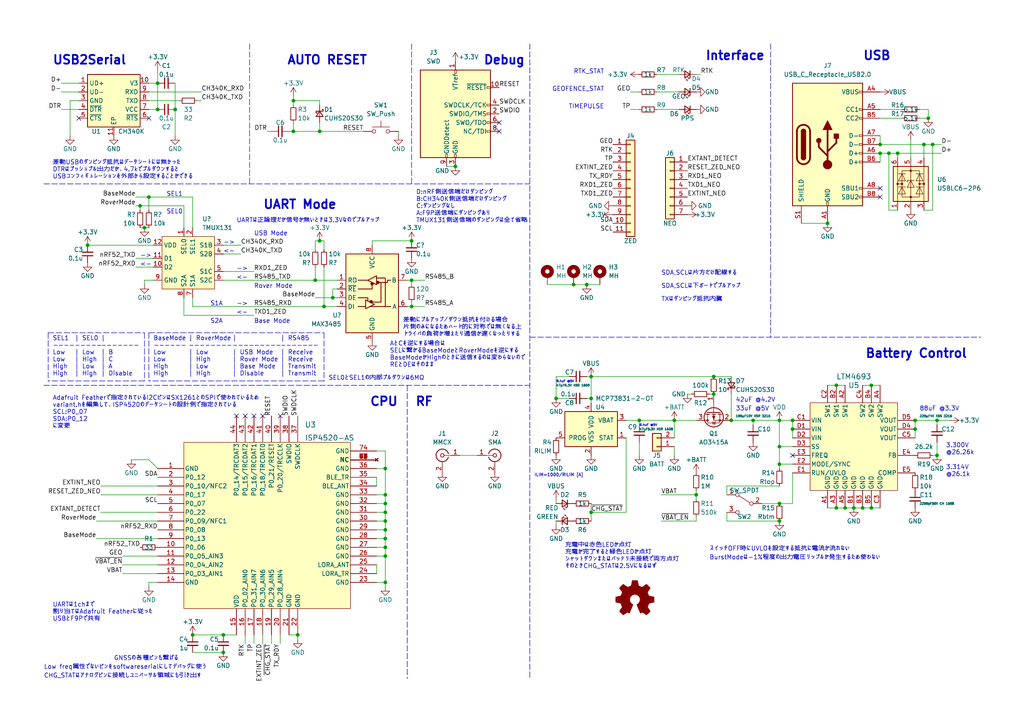
<source format=kicad_sch>
(kicad_sch (version 20211123) (generator eeschema)
  (paper "A4")
  (title_block (title "CLAS_Combo_Breakout_MovingBase-HAT") (date "2024-02-01") (company "U.E.C.wings"))
  (junction (at 119.38 81.28))
  (junction (at 250.19 147.32))
  (junction (at 207.01 109.22))
  (junction (at 41.91 66.04))
  (junction (at 207.01 114.3))
  (junction (at 92.71 69.85))
  (junction (at 111.76 168.91))
  (junction (at 111.76 158.75))
  (junction (at 111.76 156.21))
  (junction (at 96.52 86.36))
  (junction (at 195.58 121.92))
  (junction (at 170.18 82.55))
  (junction (at 229.87 124.46))
  (junction (at 86.36 184.15))
  (junction (at 252.73 111.76))
  (junction (at 171.45 115.57))
  (junction (at 161.29 115.57))
  (junction (at 212.09 121.92))
  (junction (at 111.76 146.05))
  (junction (at 85.09 29.21))
  (junction (at 171.45 109.22))
  (junction (at 271.78 121.92))
  (junction (at 45.72 24.13))
  (junction (at 226.06 129.54))
  (junction (at 43.18 57.15))
  (junction (at 229.87 121.92))
  (junction (at 25.4 71.12))
  (junction (at 257.81 44.45))
  (junction (at 45.72 31.75))
  (junction (at 111.76 153.67))
  (junction (at 245.11 147.32))
  (junction (at 201.93 143.51))
  (junction (at 265.43 124.46))
  (junction (at 242.57 147.32))
  (junction (at 64.77 189.23))
  (junction (at 92.71 38.1))
  (junction (at 226.06 146.05))
  (junction (at 226.06 121.92))
  (junction (at 252.73 147.32))
  (junction (at 269.24 34.29))
  (junction (at 93.98 88.9))
  (junction (at 166.37 82.55))
  (junction (at 50.8 31.75))
  (junction (at 255.27 41.91))
  (junction (at 55.88 184.15))
  (junction (at 226.06 134.62))
  (junction (at 270.51 41.91))
  (junction (at 111.76 151.13))
  (junction (at 218.44 121.92))
  (junction (at 40.64 59.69))
  (junction (at 119.38 69.85))
  (junction (at 185.42 121.92))
  (junction (at 271.78 132.08))
  (junction (at 64.77 184.15))
  (junction (at 111.76 148.59))
  (junction (at 85.09 38.1))
  (junction (at 226.06 151.13))
  (junction (at 265.43 121.92))
  (junction (at 267.97 41.91))
  (junction (at 260.35 44.45))
  (junction (at 132.08 48.26))
  (junction (at 240.03 64.77))
  (junction (at 119.38 88.9))
  (junction (at 242.57 111.76))
  (junction (at 247.65 147.32))
  (junction (at 255.27 44.45))
  (junction (at 171.45 148.59))
  (junction (at 111.76 161.29))
  (junction (at 111.76 135.89))
  (junction (at 91.44 81.28))
  (junction (at 111.76 143.51))
  (no_connect (at 255.27 54.61))
  (no_connect (at 144.78 35.56))
  (no_connect (at 144.78 38.1))
  (no_connect (at 43.18 34.29))
  (no_connect (at 73.66 120.65))
  (no_connect (at 68.58 120.65))
  (no_connect (at 255.27 57.15))
  (no_connect (at 81.28 120.65))
  (no_connect (at 229.87 132.08))
  (no_connect (at 71.12 120.65))
  (no_connect (at 22.86 34.29))
  (no_connect (at 76.2 120.65))
  (wire (pts (xy 266.7 31.75) (xy 269.24 31.75)))
  (wire (pts (xy 271.78 128.27) (xy 271.78 132.08)))
  (wire (pts (xy 265.43 121.92) (xy 271.78 121.92)))
  (wire (pts (xy 111.76 168.91) (xy 111.76 170.18)))
  (wire (pts (xy 226.06 129.54) (xy 229.87 129.54)))
  (wire (pts (xy 195.58 132.08) (xy 195.58 129.54)))
  (wire (pts (xy 17.78 26.67) (xy 22.86 26.67)))
  (wire (pts (xy 257.81 44.45) (xy 260.35 44.45)))
  (wire (pts (xy 229.87 146.05) (xy 229.87 137.16)))
  (wire (pts (xy 170.18 109.22) (xy 171.45 109.22)))
  (polyline (pts (xy 119.38 12.7) (xy 119.38 53.34)))
  (wire (pts (xy 22.86 29.21) (xy 20.32 29.21)))
  (wire (pts (xy 201.93 143.51) (xy 201.93 144.78)))
  (wire (pts (xy 119.38 87.63) (xy 119.38 88.9)))
  (wire (pts (xy 207.01 109.22) (xy 212.09 109.22)))
  (wire (pts (xy 64.77 71.12) (xy 69.85 71.12)))
  (wire (pts (xy 261.62 34.29) (xy 255.27 34.29)))
  (wire (pts (xy 29.21 140.97) (xy 45.72 140.97)))
  (wire (pts (xy 111.76 158.75) (xy 111.76 161.29)))
  (polyline (pts (xy 93.98 96.52) (xy 93.98 110.49)))
  (wire (pts (xy 85.09 29.21) (xy 85.09 30.48)))
  (wire (pts (xy 171.45 146.05) (xy 171.45 148.59)))
  (wire (pts (xy 78.74 184.15) (xy 78.74 186.69)))
  (wire (pts (xy 111.76 146.05) (xy 111.76 148.59)))
  (wire (pts (xy 119.38 81.28) (xy 119.38 82.55)))
  (wire (pts (xy 252.73 147.32) (xy 255.27 147.32)))
  (wire (pts (xy 195.58 121.92) (xy 201.93 121.92)))
  (polyline (pts (xy 41.91 110.49) (xy 13.97 110.49)))
  (wire (pts (xy 264.16 40.64) (xy 264.16 45.72)))
  (wire (pts (xy 39.37 74.93) (xy 44.45 74.93)))
  (wire (pts (xy 35.56 166.37) (xy 45.72 166.37)))
  (wire (pts (xy 185.42 132.08) (xy 185.42 128.27)))
  (wire (pts (xy 39.37 59.69) (xy 40.64 59.69)))
  (wire (pts (xy 50.8 24.13) (xy 50.8 31.75)))
  (wire (pts (xy 83.82 184.15) (xy 86.36 184.15)))
  (wire (pts (xy 25.4 71.12) (xy 44.45 71.12)))
  (wire (pts (xy 96.52 83.82) (xy 97.79 83.82)))
  (wire (pts (xy 73.66 184.15) (xy 73.66 186.69)))
  (wire (pts (xy 53.34 66.04) (xy 53.34 59.69)))
  (wire (pts (xy 81.28 184.15) (xy 81.28 186.69)))
  (polyline (pts (xy 93.98 110.49) (xy 43.18 110.49)))
  (wire (pts (xy 91.44 69.85) (xy 92.71 69.85)))
  (wire (pts (xy 265.43 121.92) (xy 265.43 124.46)))
  (wire (pts (xy 35.56 161.29) (xy 45.72 161.29)))
  (polyline (pts (xy 12.7 111.76) (xy 153.67 111.76)))
  (wire (pts (xy 43.18 29.21) (xy 52.07 29.21)))
  (wire (pts (xy 210.82 151.13) (xy 226.06 151.13)))
  (wire (pts (xy 111.76 143.51) (xy 111.76 146.05)))
  (wire (pts (xy 229.87 134.62) (xy 226.06 134.62)))
  (wire (pts (xy 257.81 60.96) (xy 257.81 44.45)))
  (wire (pts (xy 240.03 111.76) (xy 242.57 111.76)))
  (wire (pts (xy 41.91 81.28) (xy 41.91 82.55)))
  (wire (pts (xy 27.94 151.13) (xy 45.72 151.13)))
  (wire (pts (xy 109.22 130.81) (xy 111.76 130.81)))
  (wire (pts (xy 260.35 44.45) (xy 260.35 45.72)))
  (wire (pts (xy 41.91 66.04) (xy 43.18 66.04)))
  (wire (pts (xy 267.97 41.91) (xy 270.51 41.91)))
  (wire (pts (xy 226.06 134.62) (xy 226.06 135.89)))
  (wire (pts (xy 71.12 184.15) (xy 71.12 186.69)))
  (wire (pts (xy 64.77 73.66) (xy 69.85 73.66)))
  (wire (pts (xy 111.76 130.81) (xy 111.76 135.89)))
  (wire (pts (xy 43.18 26.67) (xy 58.42 26.67)))
  (wire (pts (xy 201.93 151.13) (xy 201.93 149.86)))
  (wire (pts (xy 39.37 77.47) (xy 44.45 77.47)))
  (wire (pts (xy 91.44 86.36) (xy 96.52 86.36)))
  (wire (pts (xy 212.09 121.92) (xy 218.44 121.92)))
  (wire (pts (xy 270.51 132.08) (xy 271.78 132.08)))
  (wire (pts (xy 111.76 161.29) (xy 111.76 168.91)))
  (wire (pts (xy 123.19 81.28) (xy 119.38 81.28)))
  (wire (pts (xy 255.27 44.45) (xy 257.81 44.45)))
  (wire (pts (xy 43.18 133.35) (xy 45.72 135.89)))
  (wire (pts (xy 181.61 127) (xy 181.61 148.59)))
  (wire (pts (xy 43.18 57.15) (xy 43.18 60.96)))
  (wire (pts (xy 129.54 48.26) (xy 132.08 48.26)))
  (wire (pts (xy 92.71 38.1) (xy 85.09 38.1)))
  (wire (pts (xy 242.57 147.32) (xy 245.11 147.32)))
  (wire (pts (xy 83.82 38.1) (xy 85.09 38.1)))
  (wire (pts (xy 107.95 69.85) (xy 119.38 69.85)))
  (wire (pts (xy 111.76 151.13) (xy 111.76 153.67)))
  (wire (pts (xy 218.44 121.92) (xy 218.44 123.19)))
  (polyline (pts (xy 118.11 111.76) (xy 118.11 196.85)))
  (wire (pts (xy 77.47 38.1) (xy 78.74 38.1)))
  (wire (pts (xy 29.21 148.59) (xy 45.72 148.59)))
  (wire (pts (xy 45.72 168.91) (xy 43.18 168.91)))
  (wire (pts (xy 171.45 109.22) (xy 171.45 115.57)))
  (wire (pts (xy 40.64 59.69) (xy 40.64 60.96)))
  (wire (pts (xy 171.45 109.22) (xy 207.01 109.22)))
  (wire (pts (xy 27.94 156.21) (xy 45.72 156.21)))
  (wire (pts (xy 55.88 86.36) (xy 55.88 88.9)))
  (wire (pts (xy 191.77 151.13) (xy 201.93 151.13)))
  (wire (pts (xy 133.35 132.08) (xy 138.43 132.08)))
  (wire (pts (xy 255.27 41.91) (xy 267.97 41.91)))
  (wire (pts (xy 185.42 121.92) (xy 195.58 121.92)))
  (polyline (pts (xy 43.18 96.52) (xy 93.98 96.52)))
  (wire (pts (xy 91.44 77.47) (xy 91.44 81.28)))
  (wire (pts (xy 260.35 44.45) (xy 273.05 44.45)))
  (wire (pts (xy 210.82 140.97) (xy 226.06 140.97)))
  (wire (pts (xy 185.42 123.19) (xy 185.42 121.92)))
  (wire (pts (xy 43.18 24.13) (xy 45.72 24.13)))
  (wire (pts (xy 109.22 158.75) (xy 111.76 158.75)))
  (wire (pts (xy 44.45 81.28) (xy 41.91 81.28)))
  (wire (pts (xy 271.78 123.19) (xy 271.78 121.92)))
  (wire (pts (xy 247.65 147.32) (xy 250.19 147.32)))
  (wire (pts (xy 161.29 115.57) (xy 165.1 115.57)))
  (wire (pts (xy 111.76 148.59) (xy 111.76 151.13)))
  (wire (pts (xy 226.06 121.92) (xy 229.87 121.92)))
  (wire (pts (xy 181.61 121.92) (xy 185.42 121.92)))
  (wire (pts (xy 205.74 114.3) (xy 207.01 114.3)))
  (wire (pts (xy 43.18 31.75) (xy 45.72 31.75)))
  (wire (pts (xy 109.22 148.59) (xy 111.76 148.59)))
  (wire (pts (xy 53.34 86.36) (xy 53.34 91.44)))
  (wire (pts (xy 270.51 41.91) (xy 273.05 41.91)))
  (wire (pts (xy 17.78 24.13) (xy 22.86 24.13)))
  (wire (pts (xy 17.78 31.75) (xy 22.86 31.75)))
  (polyline (pts (xy 153.67 12.7) (xy 153.67 130.81)))
  (polyline (pts (xy 153.67 97.79) (xy 284.48 97.79)))
  (wire (pts (xy 245.11 147.32) (xy 247.65 147.32)))
  (polyline (pts (xy 41.91 96.52) (xy 41.91 110.49)))
  (wire (pts (xy 107.95 71.12) (xy 107.95 69.85)))
  (wire (pts (xy 261.62 31.75) (xy 255.27 31.75)))
  (wire (pts (xy 55.88 88.9) (xy 93.98 88.9)))
  (wire (pts (xy 40.64 59.69) (xy 53.34 59.69)))
  (wire (pts (xy 229.87 121.92) (xy 229.87 124.46)))
  (wire (pts (xy 96.52 86.36) (xy 97.79 86.36)))
  (wire (pts (xy 86.36 184.15) (xy 86.36 185.42)))
  (wire (pts (xy 182.88 26.67) (xy 185.42 26.67)))
  (wire (pts (xy 190.5 31.75) (xy 196.85 31.75)))
  (wire (pts (xy 45.72 20.32) (xy 45.72 24.13)))
  (wire (pts (xy 109.22 135.89) (xy 111.76 135.89)))
  (wire (pts (xy 91.44 72.39) (xy 91.44 69.85)))
  (wire (pts (xy 220.98 146.05) (xy 226.06 146.05)))
  (wire (pts (xy 203.2 21.59) (xy 201.93 21.59)))
  (wire (pts (xy 161.29 152.4) (xy 161.29 151.13)))
  (wire (pts (xy 195.58 121.92) (xy 195.58 127)))
  (wire (pts (xy 111.76 153.67) (xy 111.76 156.21)))
  (wire (pts (xy 119.38 88.9) (xy 118.11 88.9)))
  (wire (pts (xy 64.77 189.23) (xy 55.88 189.23)))
  (wire (pts (xy 226.06 146.05) (xy 229.87 146.05)))
  (wire (pts (xy 210.82 148.59) (xy 210.82 151.13)))
  (wire (pts (xy 269.24 31.75) (xy 269.24 34.29)))
  (polyline (pts (xy 13.97 96.52) (xy 13.97 110.49)))
  (wire (pts (xy 53.34 91.44) (xy 73.66 91.44)))
  (wire (pts (xy 109.22 138.43) (xy 109.22 140.97)))
  (wire (pts (xy 109.22 146.05) (xy 111.76 146.05)))
  (wire (pts (xy 170.18 115.57) (xy 171.45 115.57)))
  (wire (pts (xy 50.8 31.75) (xy 50.8 39.37)))
  (wire (pts (xy 109.22 163.83) (xy 109.22 166.37)))
  (wire (pts (xy 255.27 39.37) (xy 255.27 41.91)))
  (wire (pts (xy 29.21 143.51) (xy 45.72 143.51)))
  (wire (pts (xy 190.5 26.67) (xy 196.85 26.67)))
  (wire (pts (xy 242.57 111.76) (xy 245.11 111.76)))
  (wire (pts (xy 265.43 124.46) (xy 265.43 127)))
  (wire (pts (xy 76.2 184.15) (xy 76.2 186.69)))
  (wire (pts (xy 109.22 156.21) (xy 111.76 156.21)))
  (wire (pts (xy 171.45 151.13) (xy 171.45 148.59)))
  (wire (pts (xy 92.71 38.1) (xy 105.41 38.1)))
  (wire (pts (xy 93.98 88.9) (xy 97.79 88.9)))
  (wire (pts (xy 218.44 121.92) (xy 226.06 121.92)))
  (wire (pts (xy 250.19 111.76) (xy 252.73 111.76)))
  (wire (pts (xy 109.22 143.51) (xy 111.76 143.51)))
  (wire (pts (xy 39.37 57.15) (xy 43.18 57.15)))
  (wire (pts (xy 45.72 24.13) (xy 45.72 31.75)))
  (wire (pts (xy 109.22 153.67) (xy 111.76 153.67)))
  (wire (pts (xy 92.71 69.85) (xy 93.98 69.85)))
  (wire (pts (xy 201.93 142.24) (xy 201.93 143.51)))
  (wire (pts (xy 92.71 35.56) (xy 92.71 38.1)))
  (wire (pts (xy 111.76 156.21) (xy 111.76 158.75)))
  (wire (pts (xy 267.97 41.91) (xy 267.97 45.72)))
  (wire (pts (xy 267.97 60.96) (xy 270.51 60.96)))
  (wire (pts (xy 43.18 168.91) (xy 43.18 170.18)))
  (wire (pts (xy 158.75 82.55) (xy 166.37 82.55)))
  (wire (pts (xy 255.27 46.99) (xy 255.27 44.45)))
  (wire (pts (xy 260.35 60.96) (xy 257.81 60.96)))
  (wire (pts (xy 226.06 121.92) (xy 226.06 129.54)))
  (wire (pts (xy 199.39 114.3) (xy 200.66 114.3)))
  (polyline (pts (xy 223.52 12.7) (xy 223.52 97.79)))
  (wire (pts (xy 55.88 184.15) (xy 64.77 184.15)))
  (wire (pts (xy 91.44 81.28) (xy 97.79 81.28)))
  (wire (pts (xy 85.09 27.94) (xy 85.09 29.21)))
  (wire (pts (xy 64.77 81.28) (xy 91.44 81.28)))
  (wire (pts (xy 210.82 143.51) (xy 210.82 140.97)))
  (wire (pts (xy 38.1 133.35) (xy 43.18 133.35)))
  (polyline (pts (xy 153.67 130.81) (xy 153.67 130.81)))
  (polyline (pts (xy 153.67 130.81) (xy 153.67 196.85)))
  (wire (pts (xy 161.29 109.22) (xy 165.1 109.22)))
  (wire (pts (xy 92.71 29.21) (xy 85.09 29.21)))
  (wire (pts (xy 85.09 35.56) (xy 85.09 38.1)))
  (wire (pts (xy 93.98 77.47) (xy 93.98 88.9)))
  (wire (pts (xy 212.09 121.92) (xy 212.09 114.3)))
  (wire (pts (xy 119.38 81.28) (xy 118.11 81.28)))
  (wire (pts (xy 182.88 31.75) (xy 185.42 31.75)))
  (wire (pts (xy 166.37 82.55) (xy 170.18 82.55)))
  (wire (pts (xy 250.19 147.32) (xy 252.73 147.32)))
  (wire (pts (xy 64.77 78.74) (xy 73.66 78.74)))
  (wire (pts (xy 40.64 66.04) (xy 41.91 66.04)))
  (wire (pts (xy 252.73 111.76) (xy 255.27 111.76)))
  (wire (pts (xy 96.52 83.82) (xy 96.52 86.36)))
  (polyline (pts (xy 12.7 53.34) (xy 153.67 53.34)))
  (wire (pts (xy 170.18 82.55) (xy 173.99 82.55)))
  (wire (pts (xy 35.56 163.83) (xy 45.72 163.83)))
  (wire (pts (xy 64.77 184.15) (xy 68.58 184.15)))
  (wire (pts (xy 270.51 60.96) (xy 270.51 41.91)))
  (wire (pts (xy 92.71 30.48) (xy 92.71 29.21)))
  (wire (pts (xy 109.22 161.29) (xy 111.76 161.29)))
  (wire (pts (xy 115.57 38.1) (xy 115.57 39.37)))
  (wire (pts (xy 55.88 66.04) (xy 55.88 57.15)))
  (wire (pts (xy 93.98 69.85) (xy 93.98 72.39)))
  (wire (pts (xy 161.29 109.22) (xy 161.29 115.57)))
  (wire (pts (xy 226.06 134.62) (xy 226.06 129.54)))
  (wire (pts (xy 20.32 29.21) (xy 20.32 39.37)))
  (wire (pts (xy 201.93 143.51) (xy 191.77 143.51)))
  (wire (pts (xy 123.19 88.9) (xy 119.38 88.9)))
  (wire (pts (xy 266.7 34.29) (xy 269.24 34.29)))
  (wire (pts (xy 43.18 57.15) (xy 55.88 57.15)))
  (wire (pts (xy 57.15 29.21) (xy 58.42 29.21)))
  (wire (pts (xy 240.03 147.32) (xy 242.57 147.32)))
  (wire (pts (xy 109.22 168.91) (xy 111.76 168.91)))
  (wire (pts (xy 229.87 124.46) (xy 229.87 127)))
  (wire (pts (xy 171.45 115.57) (xy 171.45 116.84)))
  (polyline (pts (xy 72.39 12.7) (xy 72.39 53.34)))
  (polyline (pts (xy 13.97 96.52) (xy 41.91 96.52)))
  (wire (pts (xy 232.41 64.77) (xy 240.03 64.77)))
  (wire (pts (xy 190.5 21.59) (xy 196.85 21.59)))
  (polyline (pts (xy 43.18 96.52) (xy 43.18 110.49)))
  (wire (pts (xy 161.29 144.78) (xy 161.29 146.05)))
  (wire (pts (xy 181.61 148.59) (xy 171.45 148.59)))
  (wire (pts (xy 111.76 135.89) (xy 111.76 143.51)))
  (wire (pts (xy 271.78 121.92) (xy 275.59 121.92)))
  (wire (pts (xy 109.22 151.13) (xy 111.76 151.13)))
  (text "USB" (at 250.19 17.78 0) (effects (font (size 2.54 2.54) (thickness 0.508) bold) (justify left bottom)))
  (text "Base Mode" (at 73.66 93.98 0) (effects (font (size 1.27 1.27)) (justify left bottom)))
  (text "GNSSの各種ピンも繋げる" (at 33.02 191.77 0) (effects (font (size 1.27 1.27)) (justify left bottom)))
  (text "<-" (at 68.58 91.44 0) (effects (font (size 1.27 1.27)) (justify left bottom)))
  (text "USB Mode" (at 73.66 68.58 0) (effects (font (size 1.27 1.27)) (justify left bottom)))
  (text "スイッチOFF時にUVLOを設定する抵抗に電流が流れない" (at 205.74 160.02 0) (effects (font (size 1.27 1.27)) (justify left bottom)))
  (text "33uF @5V" (at 213.36 119.38 0) (effects (font (size 1.27 1.27)) (justify left bottom)))
  (text "9.4uF @5V" (at 185.42 123.825 0) (effects (font (size 0.635 0.635)) (justify left bottom)))
  (text "Interface" (at 204.47 17.78 0) (effects (font (size 2.54 2.54) (thickness 0.508) bold) (justify left bottom)))
  (text "RTK_STAT" (at 175.26 21.59 180) (effects (font (size 1.27 1.27)) (justify right bottom)))
  (text "| SEL0\n-----\n| Low\n| High\n| Low\n| High" (at 21.59 109.22 0) (effects (font (size 1.27 1.27)) (justify left bottom)))
  (text "充電中は赤色LEDが点灯\n充電が完了すると緑色LEDが点灯\nシャットダウンまたはバッテリ未接続で両方点灯\nそのときCHG_STATは2.5Vになるはず" (at 163.83 165.1 0) (effects (font (size 1.27 1.27)) (justify left bottom)))
  (text "| RS485\n-------\n| Receive\n| Receive\n| Transmit\n| Transmit" (at 81.28 109.22 0) (effects (font (size 1.27 1.27)) (justify left bottom)))
  (text "BaseMode\n------\nLow\nLow\nHigh\nHigh\n" (at 44.45 109.22 0) (effects (font (size 1.27 1.27)) (justify left bottom)))
  (text "UART Mode" (at 97.79 60.96 180) (effects (font (size 2.54 2.54) (thickness 0.508) bold) (justify right bottom)))
  (text "USB2Serial" (at 36.83 19.05 180) (effects (font (size 2.54 2.54) (thickness 0.508) bold) (justify right bottom)))
  (text "AUTO RESET" (at 106.68 19.05 180) (effects (font (size 2.54 2.54) (thickness 0.508) bold) (justify right bottom)))
  (text "S1A" (at 60.96 88.9 0) (effects (font (size 1.27 1.27)) (justify left bottom)))
  (text "Rover Mode" (at 73.66 83.82 0) (effects (font (size 1.27 1.27)) (justify left bottom)))
  (text "Debug" (at 152.4 19.05 180) (effects (font (size 2.54 2.54) (thickness 0.508) bold) (justify right bottom)))
  (text "SDA,SCLは下ボードでプルアップ" (at 191.77 83.82 0) (effects (font (size 1.27 1.27)) (justify left bottom)))
  (text "ILIM=1000/RILIM [A]" (at 154.94 138.43 0) (effects (font (size 0.889 0.889)) (justify left bottom)))
  (text "<-" (at 64.77 73.66 0) (effects (font (size 1.27 1.27)) (justify left bottom)))
  (text "<-" (at 40.64 77.47 0) (effects (font (size 1.27 1.27)) (justify left bottom)))
  (text "->" (at 40.64 74.93 0) (effects (font (size 1.27 1.27)) (justify left bottom)))
  (text "TIMEPULSE" (at 175.26 31.75 180) (effects (font (size 1.27 1.27)) (justify right bottom)))
  (text "42uF @4.2V" (at 213.36 116.84 0) (effects (font (size 1.27 1.27)) (justify left bottom)))
  (text "TXはダンピング抵抗内臓" (at 191.77 87.63 0) (effects (font (size 1.27 1.27)) (justify left bottom)))
  (text "SEL1" (at 48.26 57.15 0) (effects (font (size 1.27 1.27)) (justify left bottom)))
  (text "AとCを逆にする場合は\nSELに繋がるBaseModeとRoverModeを逆にする\nBaseModeがHighのときに送信するのは変わらないので\nREとDEはそのまま" (at 113.03 106.68 0) (effects (font (size 1.27 1.27)) (justify left bottom)))
  (text "88uF @3.3V" (at 266.7 119.38 0) (effects (font (size 1.27 1.27)) (justify left bottom)))
  (text "|\n-------\n| B\n| C\n| A\n| Disable" (at 29.21 109.22 0) (effects (font (size 1.27 1.27)) (justify left bottom)))
  (text "->" (at 68.58 78.74 0) (effects (font (size 1.27 1.27)) (justify left bottom)))
  (text "CPU" (at 115.57 118.11 180) (effects (font (size 2.54 2.54) (thickness 0.508) bold) (justify right bottom)))
  (text "UARTは正論理だが信号が無いときは3.3Vなのでプルアップ" (at 68.58 64.77 0) (effects (font (size 1.27 1.27)) (justify left bottom)))
  (text "->" (at 68.58 88.9 0) (effects (font (size 1.27 1.27)) (justify left bottom)))
  (text "3.300V\n@26.26k" (at 274.32 132.08 0) (effects (font (size 1.27 1.27)) (justify left bottom)))
  (text "Adafruit Featherで指定されているI2CピンはSX1261とのSPIで使われているため\nvariant.hを編集して、ISP4520のデータシートの設計例で指定されている\nSCL:P0_07\nSDA:P0_12\nに変更" (at 15.24 124.46 0) (effects (font (size 1.27 1.27)) (justify left bottom)))
  (text "CHG_STATはアナログピンに接続しユニバーサル領域にも引き出す" (at 12.7 196.85 0) (effects (font (size 1.27 1.27)) (justify left bottom)))
  (text "SEL1\n----\nLow\nLow\nHigh\nHigh" (at 15.24 109.22 0) (effects (font (size 1.27 1.27)) (justify left bottom)))
  (text "->" (at 64.77 71.12 0) (effects (font (size 1.27 1.27)) (justify left bottom)))
  (text "| RoverMode\n--------\n| Low\n| High\n| Low\n| High" (at 54.61 109.22 0) (effects (font (size 1.27 1.27)) (justify left bottom)))
  (text "SDA,SCLは片方だけ配線する" (at 191.77 80.01 0) (effects (font (size 1.27 1.27)) (justify left bottom)))
  (text "GEOFENCE_STAT" (at 175.26 26.67 180) (effects (font (size 1.27 1.27)) (justify right bottom)))
  (text "S2A" (at 60.96 93.98 0) (effects (font (size 1.27 1.27)) (justify left bottom)))
  (text "差動USBのダンピング抵抗はデータシートには無かった\nDTRはプッシュプル出力だが、4.7kでプルダウンすると\nUSBコンフィギュレーションを外部から設定することができる" (at 15.24 52.07 0) (effects (font (size 1.27 1.27)) (justify left bottom)))
  (text "SEL0" (at 48.26 62.23 0) (effects (font (size 1.27 1.27)) (justify left bottom)))
  (text "D:nRF側送信端だけダンピング\nB:CH340K側送信端だけダンピング\nC:ダンピングなし\nA:F9P送信端にダンピングあり\nTMUX131側送信端のダンピングは全て省略" (at 120.65 64.77 0) (effects (font (size 1.27 1.27)) (justify left bottom)))
  (text "3.314V\n@26.1k" (at 274.32 138.43 0) (effects (font (size 1.27 1.27)) (justify left bottom)))
  (text "<-" (at 68.58 81.28 0) (effects (font (size 1.27 1.27)) (justify left bottom)))
  (text "差動にプルアップ／ダウン抵抗を付ける場合\n片側のみになるためハード的に対称では無くなる上\nドライバの負荷が増えたり通信が遅くなったりする" (at 116.84 97.79 0) (effects (font (size 1.27 1.27)) (justify left bottom)))
  (text "Low freq属性でないピンをsoftwareserialにしてデバッグに使う" (at 12.7 194.31 0) (effects (font (size 1.27 1.27)) (justify left bottom)))
  (text "SEL0とSEL1の内部プルダウンは6MΩ" (at 95.25 110.49 0) (effects (font (size 1.27 1.27)) (justify left bottom)))
  (text "Battery Control" (at 280.67 104.14 180) (effects (font (size 2.54 2.54) (thickness 0.508) bold) (justify right bottom)))
  (text "UARTは1chまで\n割り当てはAdafruit Featherに従った\nUSBとF9Pで共有" (at 15.24 180.34 0) (effects (font (size 1.27 1.27)) (justify left bottom)))
  (text "9.4uF @5V" (at 161.29 111.125 0) (effects (font (size 0.635 0.635)) (justify left bottom)))
  (text "BurstModeは-1%程度の出力電圧リップルが発生するため使わない" (at 205.74 162.56 0) (effects (font (size 1.27 1.27)) (justify left bottom)))
  (text "RF" (at 125.73 118.11 180) (effects (font (size 2.54 2.54) (thickness 0.508) bold) (justify right bottom)))
  (text "|\n---------\n| USB Mode\n| Rover Mode\n| Base Mode\n| Disable" (at 67.31 109.22 0) (effects (font (size 1.27 1.27)) (justify left bottom)))
  (label "nRF52_TXD" (at 39.37 74.93 180))
  (label "DTR" (at 77.47 38.1 180))
  (label "nRF52_RXD" (at 45.72 153.67 180))
  (label "RESET" (at 105.41 38.1 180))
  (label "SDA" (at 45.72 138.43 180))
  (label "TXD1_NEO" (at 199.39 54.61 0))
  (label "CH340K_TXD" (at 69.85 73.66 0))
  (label "CH340K_RXD" (at 69.85 71.12 0))
  (label "RS485_RXD" (at 73.66 88.9 0))
  (label "GEO" (at 177.8 41.91 180))
  (label "SWDIO" (at 144.78 33.02 0))
  (label "EXTINT_NEO" (at 29.21 140.97 180))
  (label "RTK" (at 177.8 44.45 180))
  (label "~{VBAT_EN}" (at 35.56 163.83 180))
  (label "RXD1_ZED" (at 73.66 78.74 0))
  (label "RESET" (at 144.78 25.4 0))
  (label "RESET" (at 78.74 120.65 90))
  (label "SCL" (at 45.72 146.05 180))
  (label "nRF52_TXD" (at 40.64 158.75 180))
  (label "~{CHG_STAT}" (at 171.45 148.59 0))
  (label "SCL" (at 177.8 67.31 180))
  (label "BaseMode" (at 27.94 156.21 180))
  (label "TP" (at 177.8 46.99 180))
  (label "D+" (at 273.05 44.45 0))
  (label "CH340K_RXD" (at 58.42 26.67 0))
  (label "SWDCLK" (at 144.78 30.48 0))
  (label "TX_RDY" (at 81.28 186.69 270))
  (label "TXD1_ZED" (at 73.66 91.44 0))
  (label "RoverMode" (at 39.37 59.69 180))
  (label "BaseMode" (at 91.44 86.36 180))
  (label "SDA" (at 177.8 64.77 180))
  (label "EXTINT_ZED" (at 177.8 49.53 180))
  (label "BaseMode" (at 39.37 57.15 180))
  (label "SWDCLK" (at 86.36 120.65 90))
  (label "RoverMode" (at 27.94 151.13 180))
  (label "RXD1_NEO" (at 199.39 52.07 0))
  (label "CH340K_TXD" (at 58.42 29.21 0))
  (label "GEO" (at 182.88 26.67 180))
  (label "TP" (at 73.66 186.69 270))
  (label "D+" (at 17.78 24.13 180))
  (label "D-" (at 17.78 26.67 180))
  (label "RS485_A" (at 123.19 88.9 0))
  (label "EXTINT_ZED" (at 76.2 186.69 270))
  (label "RTK" (at 71.12 186.69 270))
  (label "TX_RDY" (at 177.8 52.07 180))
  (label "RESET_ZED_NEO" (at 29.21 143.51 180))
  (label "GEO" (at 35.56 161.29 180))
  (label "DTR" (at 17.78 31.75 180))
  (label "RS485_TXD" (at 73.66 81.28 0))
  (label "VBAT" (at 191.77 143.51 0))
  (label "nRF52_RXD" (at 39.37 77.47 180))
  (label "VBAT" (at 35.56 166.37 180))
  (label "RXD1_ZED" (at 177.8 54.61 180))
  (label "EXTINT_NEO" (at 199.39 57.15 0))
  (label "RESET_ZED_NEO" (at 199.39 49.53 0))
  (label "~{CHG_STAT}" (at 78.74 186.69 270))
  (label "TP" (at 182.88 31.75 180))
  (label "TXD1_ZED" (at 177.8 57.15 180))
  (label "D-" (at 273.05 41.91 0))
  (label "SWDIO" (at 83.82 120.65 90))
  (label "~{VBAT_EN}" (at 191.77 151.13 0))
  (label "EXTANT_DETECT" (at 29.21 148.59 180))
  (label "RS485_B" (at 123.19 81.28 0))
  (label "RTK" (at 203.2 21.59 0))
  (label "EXTANT_DETECT" (at 199.39 46.99 0))
  (symbol (lib_id "power:+BATT") (at 195.58 121.92 0) (unit 1)
    (property "Reference" "#PWR032" (effects hide))
    (property "Value" "+BATT" (at 195.58 118.11 0))
  )
  (symbol (lib_id "power:+3.3V") (at 45.72 20.32 0) (unit 1)
    (property "Reference" "#PWR03" (effects hide))
    (property "Value" "+3.3V" (at 45.72 16.51 0))
  )
  (symbol (lib_id "power:GND") (at 170.18 82.55 0) (unit 1)
    (property "Reference" "#PWR025" (effects hide))
    (property "Value" "GND" (at 170.18 86.36 0))
  )
  (symbol (lib_id "Graphic:Logo_Open_Hardware_Small") (at 184.15 173.99 0) (unit 1)
    (property "Reference" "#LOGO1" (effects hide))
    (property "Value" "Logo_Open_Hardware_Small" (effects hide))
  )
  (symbol (lib_id "Device:R_Small") (at 264.16 34.29 90) (unit 1)
    (property "Reference" "R17" (at 260.35 33.02 90))
    (property "Value" "5.1k" (at 264.16 34.29 90))
    (property "Footprint" "Resistor_SMD:R_0603_1608Metric" (effects hide))
  )
  (symbol (lib_id "power:GND") (at 161.29 132.08 0) (unit 1)
    (property "Reference" "#PWR022" (effects hide))
    (property "Value" "GND" (at 161.29 135.89 0))
  )
  (symbol (lib_id "power:+3.3V") (at 119.38 69.85 0) (mirror y) (unit 1)
    (property "Reference" "#PWR?" (effects hide))
    (property "Value" "+3.3V" (at 119.38 66.04 0))
  )
  (symbol (lib_id "Device:C_Small") (at 55.88 186.69 0) (mirror y) (unit 1)
    (property "Reference" "C4" (at 54.61 185.42 0) (effects (justify left)))
    (property "Value" "1u" (at 54.61 187.96 0) (effects (justify left)))
    (property "Footprint" "Capacitor_SMD:C_0603_1608Metric" (effects hide))
  )
  (symbol (lib_id "Mechanical:MountingHole_Pad") (at 158.75 80.01 0) (unit 1)
    (property "Reference" "H1" (at 161.29 77.4699 0) (effects (justify left)))
    (property "Value" "MH" (at 161.29 80.0099 0) (effects (justify left)))
    (property "Footprint" "MountingHole:MountingHole_2.2mm_M2_Pad_Via" (effects hide))
  )
  (symbol (lib_id "power:GND") (at 111.76 170.18 0) (unit 1)
    (property "Reference" "#PWR017" (effects hide))
    (property "Value" "GND" (at 111.76 173.99 0))
  )
  (symbol (lib_id "Device:R_Small") (at 201.93 147.32 0) (unit 1)
    (property "Reference" "R11" (at 203.2 146.05 0) (effects (justify left)))
    (property "Value" "510k" (at 203.2 148.59 0) (effects (justify left)))
    (property "Footprint" "Resistor_SMD:R_0603_1608Metric" (effects hide))
  )
  (symbol (lib_id "Mechanical:MountingHole_Pad") (at 173.99 80.01 0) (unit 1)
    (property "Reference" "H3" (at 176.53 77.4699 0) (effects (justify left)))
    (property "Value" "MH" (at 176.53 80.0099 0) (effects (justify left)))
    (property "Footprint" "MountingHole:MountingHole_2.2mm_M2_Pad_Via" (effects hide))
  )
  (symbol (lib_id "Connector_Generic:Conn_01x11") (at 182.88 54.61 0) (unit 1)
    (property "Reference" "J4" (at 182.88 39.37 0))
    (property "Value" "ZED" (at 182.88 69.85 0))
    (property "Footprint" "Connector_PinHeader_2.54mm:PinHeader_1x11_P2.54mm_Vertical" (effects hide))
  )
  (symbol (lib_id "Device:R_Small") (at 43.18 63.5 0) (unit 1)
    (property "Reference" "R?" (at 44.45 62.23 0) (effects (justify left)))
    (property "Value" "10k" (at 44.45 64.77 0) (effects (justify left)))
    (property "Footprint" "Resistor_SMD:R_0603_1608Metric" (effects hide))
  )
  (symbol (lib_id "Connector_Generic:Conn_01x07") (at 194.31 54.61 0) (mirror y) (unit 1)
    (property "Reference" "J6" (at 194.31 44.45 0))
    (property "Value" "NEO" (at 194.31 64.77 0))
    (property "Footprint" "Connector_PinHeader_2.54mm:PinHeader_1x07_P2.54mm_Vertical" (effects hide))
  )
  (symbol (lib_id "Device:C_Small") (at 64.77 186.69 0) (mirror y) (unit 1)
    (property "Reference" "C5" (at 63.5 185.42 0) (effects (justify left)))
    (property "Value" "0.1u" (at 63.5 187.96 0) (effects (justify left)))
    (property "Footprint" "Capacitor_SMD:C_0603_1608Metric" (effects hide))
  )
  (symbol (lib_id "power:VBUS") (at 255.27 26.67 270) (unit 1)
    (property "Reference" "#PWR045" (effects hide))
    (property "Value" "VBUS" (at 257.81 26.67 90) (effects (justify left)))
  )
  (symbol (lib_id "Device:R_Small") (at 226.06 138.43 0) (mirror y) (unit 1)
    (property "Reference" "R14" (at 224.79 137.16 0) (effects (justify left)))
    (property "Value" "Rtop" (at 224.79 139.7 0) (effects (justify left)))
    (property "Footprint" "Resistor_SMD:R_0603_1608Metric" (effects hide))
  )
  (symbol (lib_id "Analog_Switch_extlib:TMUX131") (at 54.61 76.2 0) (mirror y) (unit 1)
    (property "Reference" "U?" (at 58.6487 63.5 0) (effects (justify right)))
    (property "Value" "TMUX131" (at 58.6487 66.04 0) (effects (justify right)))
  )
  (symbol (lib_id "Device:LED_Small") (at 199.39 31.75 180) (unit 1)
    (property "Reference" "D6" (at 195.58 33.02 0))
    (property "Value" "PPS" (at 199.39 34.29 0))
    (property "Footprint" "LED_SMD:LED_0603_1608Metric" (effects hide))
  )
  (symbol (lib_id "power:GND") (at 171.45 132.08 0) (unit 1)
    (property "Reference" "#PWR027" (effects hide))
    (property "Value" "GND" (at 171.45 135.89 0))
  )
  (symbol (lib_id "LTM4693:LTM4693") (at 247.65 129.54 0) (unit 1)
    (property "Reference" "U5" (at 247.65 111.76 0) (effects (font (size 1.524 1.524))))
    (property "Value" "LTM4693" (at 247.65 109.22 0) (effects (font (size 1.524 1.524))))
    (property "Footprint" "Converter_DCDC_extlib:Converter_DCDC_AnalogDevices_LTM4693" (effects hide))
    (property "Datasheet" "https://www.analog.com/media/jp/technical-documentation/data-sheets/ltm4693_jp.pdf" (effects hide))
  )
  (symbol (lib_id "Switch:SW_Push") (at 110.49 38.1 0) (unit 1)
    (property "Reference" "SW1" (at 110.49 30.48 0))
    (property "Value" "SW_Push" (at 110.49 33.02 0))
    (property "Footprint" "Button_Switch_SMD:SW_Push_1P1T_NO_Vertical_Wuerth_434133025816" (effects hide))
  )
  (symbol (lib_id "Device:R_Small") (at 54.61 29.21 90) (unit 1)
    (property "Reference" "R2" (at 54.61 34.29 90))
    (property "Value" "33" (at 54.61 31.75 90))
    (property "Footprint" "Resistor_SMD:R_0603_1608Metric" (effects hide))
  )
  (symbol (lib_id "power:VBUS") (at 264.16 40.64 0) (unit 1)
    (property "Reference" "#PWR046" (effects hide))
    (property "Value" "VBUS" (at 264.16 36.83 0))
  )
  (symbol (lib_id "Device:C_Small") (at 185.42 125.73 0) (unit 1)
    (property "Reference" "C9" (at 184.785 123.825 0) (effects (justify right)))
    (property "Value" "47μF6.3V X5R 1608" (at 185.42 124.46 0) (effects (font (size 0.635 0.635)) (justify left)))
    (property "Footprint" "Capacitor_SMD:C_0603_1608Metric" (effects hide))
  )
  (symbol (lib_id "power:GND") (at 265.43 147.32 0) (unit 1)
    (property "Reference" "#PWR048" (effects hide))
    (property "Value" "GND" (at 265.43 151.13 0))
  )
  (symbol (lib_id "power:GND") (at 247.65 147.32 0) (unit 1)
    (property "Reference" "#PWR044" (effects hide))
    (property "Value" "GND" (at 247.65 151.13 0))
  )
  (symbol (lib_id "Device:R_Small") (at 203.2 114.3 90) (unit 1)
    (property "Reference" "R12" (at 203.2 116.84 90))
    (property "Value" "100k" (at 203.2 111.76 90))
    (property "Footprint" "Resistor_SMD:R_0603_1608Metric" (effects hide))
  )
  (symbol (lib_id "Device:R_Small") (at 93.98 74.93 0) (unit 1)
    (property "Reference" "R?" (at 95.25 76.2 0) (effects (justify left)))
    (property "Value" "10k" (at 95.25 73.66 0) (effects (justify left)))
    (property "Footprint" "Resistor_SMD:R_0603_1608Metric" (effects hide))
  )
  (symbol (lib_id "Device:R_Small") (at 201.93 139.7 0) (unit 1)
    (property "Reference" "R10" (at 203.2 138.43 0) (effects (justify left)))
    (property "Value" "1M" (at 203.2 140.97 0) (effects (justify left)))
    (property "Footprint" "Resistor_SMD:R_0603_1608Metric" (effects hide))
  )
  (symbol (lib_id "Device:R_Small") (at 161.29 129.54 0) (mirror x) (unit 1)
    (property "Reference" "R4" (at 160.02 128.27 0) (effects (justify right)))
    (property "Value" "RILIM" (at 160.02 130.81 0) (effects (justify right)))
    (property "Footprint" "Resistor_SMD:R_0603_1608Metric" (effects hide))
  )
  (symbol (lib_id "Device:R_Small") (at 226.06 148.59 0) (mirror y) (unit 1)
    (property "Reference" "R15" (at 224.79 147.32 0) (effects (justify left)))
    (property "Value" "Rbtm" (at 224.79 149.86 0) (effects (justify left)))
    (property "Footprint" "Resistor_SMD:R_0603_1608Metric" (effects hide))
  )
  (symbol (lib_id "power:GND") (at 264.16 60.96 0) (unit 1)
    (property "Reference" "#PWR047" (effects hide))
    (property "Value" "GND" (at 264.16 64.77 0))
  )
  (symbol (lib_id "Device:LED_Small") (at 199.39 26.67 180) (unit 1)
    (property "Reference" "D5" (at 201.93 25.4 0))
    (property "Value" "GEO" (at 196.85 27.94 0))
    (property "Footprint" "LED_SMD:LED_0603_1608Metric" (effects hide))
  )
  (symbol (lib_id "power:GND") (at 161.29 152.4 0) (unit 1)
    (property "Reference" "#PWR024" (effects hide))
    (property "Value" "GND" (at 161.29 156.21 0))
  )
  (symbol (lib_id "power:GND") (at 128.27 137.16 0) (unit 1)
    (property "Reference" "#PWR015" (effects hide))
    (property "Value" "GND" (at 128.27 140.97 0))
  )
  (symbol (lib_id "Device:R_Small") (at 85.09 33.02 0) (unit 1)
    (property "Reference" "R3" (at 86.36 31.75 0) (effects (justify left)))
    (property "Value" "10k" (at 86.36 34.29 0) (effects (justify left)))
    (property "Footprint" "Resistor_SMD:R_0603_1608Metric" (effects hide))
  )
  (symbol (lib_id "Device:D_Schottky_Small") (at 92.71 33.02 270) (unit 1)
    (property "Reference" "D1" (at 93.98 31.75 90) (effects (justify left)))
    (property "Value" "CUHS20S30" (at 93.98 34.29 90) (effects (justify left)))
    (property "Footprint" "CUHS20S30:CUHS20S30" (effects hide))
  )
  (symbol (lib_id "Connector_Generic:Conn_01x02") (at 190.5 129.54 180) (unit 1)
    (property "Reference" "J5" (at 190.5 132.08 0))
    (property "Value" "BATT" (at 190.5 134.62 0))
    (property "Footprint" "Connector_JST:JST_PH_S2B-PH-SM4-TB_1x02-1MP_P2.00mm_Horizontal" (effects hide))
  )
  (symbol (lib_id "power:GND") (at 50.8 39.37 0) (unit 1)
    (property "Reference" "#PWR05" (effects hide))
    (property "Value" "GND" (at 50.8 43.18 0))
  )
  (symbol (lib_id "power:VBUS") (at 161.29 144.78 0) (unit 1)
    (property "Reference" "#PWR023" (effects hide))
    (property "Value" "VBUS" (at 161.29 140.97 0))
  )
  (symbol (lib_name "USB_C_Receptacle_USB2.0_1") (lib_id "Connector:USB_C_Receptacle_USB2.0") (at 240.03 41.91 0) (unit 1)
    (property "Reference" "J7" (at 240.03 19.05 0))
    (property "Value" "USB_C_Receptacle_USB2.0" (at 240.03 21.59 0))
    (property "Footprint" "Connector_USB_extlib:USB_C_Receptacle_5077CR-16-SMC2-BK-TR" (effects hide))
    (property "Datasheet" "https://www.usb.org/sites/default/files/documents/usb_type-c.zip" (effects hide))
  )
  (symbol (lib_id "power:GND") (at 115.57 39.37 0) (unit 1)
    (property "Reference" "#PWR016" (effects hide))
    (property "Value" "GND" (at 115.57 43.18 0))
  )
  (symbol (lib_id "Device:C_Small") (at 119.38 72.39 0) (mirror x) (unit 1)
    (property "Reference" "C?" (at 120.65 71.12 0) (effects (justify left)))
    (property "Value" "0.1u" (at 120.65 73.66 0) (effects (justify left)))
    (property "Footprint" "Capacitor_SMD:C_0603_1608Metric" (effects hide))
  )
  (symbol (lib_id "Device:R_Small") (at 207.01 111.76 0) (unit 1)
    (property "Reference" "R13" (at 208.28 110.49 0) (effects (justify left)))
    (property "Value" "10" (at 208.28 113.03 0) (effects (justify left)))
    (property "Footprint" "Resistor_SMD:R_0603_1608Metric" (effects hide))
  )
  (symbol (lib_id "Connector:Conn_Coaxial") (at 143.51 132.08 0) (unit 1)
    (property "Reference" "J2" (at 143.51 125.73 0))
    (property "Value" "SMA" (at 143.51 128.27 0))
    (property "Footprint" "Connector_Coaxial_extlib:SMA_Molex_0732512440_embed" (effects hide))
    (property "Datasheet" " ~" (effects hide))
  )
  (symbol (lib_id "Device:R_Small") (at 168.91 146.05 90) (unit 1)
    (property "Reference" "R5" (at 168.91 143.51 90))
    (property "Value" "1k" (at 168.91 146.05 90))
    (property "Footprint" "Resistor_SMD:R_0603_1608Metric" (effects hide))
  )
  (symbol (lib_id "power:GND") (at 240.03 64.77 0) (unit 1)
    (property "Reference" "#PWR043" (effects hide))
    (property "Value" "GND" (at 240.03 68.58 0))
  )
  (symbol (lib_id "power:GND") (at 226.06 151.13 0) (unit 1)
    (property "Reference" "#PWR042" (effects hide))
    (property "Value" "GND" (at 226.06 154.94 0))
  )
  (symbol (lib_id "power:GND") (at 271.78 132.08 0) (unit 1)
    (property "Reference" "#PWR050" (effects hide))
    (property "Value" "GND" (at 271.78 135.89 0))
  )
  (symbol (lib_id "power:GND") (at 43.18 170.18 0) (unit 1)
    (property "Reference" "#PWR06" (effects hide))
    (property "Value" "GND" (at 43.18 173.99 0))
  )
  (symbol (lib_id "ISP4520-AS:ISP4520-AS") (at 77.47 152.4 0) (unit 1)
    (property "Reference" "U3" (at 88.3794 123.19 0) (effects (font (size 1.524 1.524)) (justify left)))
    (property "Value" "ISP4520-AS" (at 88.3794 127 0) (effects (font (size 1.524 1.524)) (justify left)))
    (property "Footprint" "RF_Module_extlib:ISP4520-AS_with_Keep-Out" (effects hide))
    (property "Datasheet" "https://www.insightsip.com/fichiers_insightsip/pdf/ble/ISP4520/isp_lora_DS4520.pdf" (effects hide))
  )
  (symbol (lib_id "Device:R_Small") (at 267.97 132.08 90) (unit 1)
    (property "Reference" "R19" (at 267.97 134.62 90))
    (property "Value" "26.2k" (at 267.97 129.54 90))
    (property "Footprint" "Resistor_SMD:R_0603_1608Metric" (effects hide))
  )
  (symbol (lib_id "power:VDD") (at 226.06 121.92 0) (unit 1)
    (property "Reference" "#PWR041" (effects hide))
    (property "Value" "VDD" (at 226.06 118.11 0))
  )
  (symbol (lib_id "power:GND") (at 199.39 59.69 90) (mirror x) (unit 1)
    (property "Reference" "#PWR034" (effects hide))
    (property "Value" "GND" (at 204.47 59.69 90))
  )
  (symbol (lib_id "Device:C_Small") (at 271.78 125.73 0) (unit 1)
    (property "Reference" "C12" (at 273.05 124.46 0) (effects (justify left)))
    (property "Value" "220μF4V X6S 3216" (at 266.7 120.65 0) (effects (font (size 0.635 0.635)) (justify left)))
    (property "Footprint" "Capacitor_SMD:C_1206_3216Metric" (effects hide))
  )
  (symbol (lib_id "power:GND") (at 132.08 48.26 0) (unit 1)
    (property "Reference" "#PWR020" (effects hide))
    (property "Value" "GND" (at 128.27 49.53 0))
  )
  (symbol (lib_id "power:GND") (at 269.24 34.29 0) (unit 1)
    (property "Reference" "#PWR049" (effects hide))
    (property "Value" "GND" (at 269.24 38.1 0))
  )
  (symbol (lib_id "Mechanical:MountingHole_Pad") (at 166.37 80.01 0) (unit 1)
    (property "Reference" "H2" (at 168.91 77.4699 0) (effects (justify left)))
    (property "Value" "MH" (at 168.91 80.0099 0) (effects (justify left)))
    (property "Footprint" "MountingHole:MountingHole_2.2mm_M2_Pad_Via" (effects hide))
  )
  (symbol (lib_id "Device:R_Small") (at 187.96 21.59 90) (unit 1)
    (property "Reference" "R7" (at 191.77 20.32 90))
    (property "Value" "1k" (at 187.96 21.59 90))
    (property "Footprint" "Resistor_SMD:R_0603_1608Metric" (effects hide))
  )
  (symbol (lib_id "Device:R_Small") (at 119.38 85.09 0) (unit 1)
    (property "Reference" "R?" (at 120.65 86.36 0) (effects (justify left)))
    (property "Value" "120" (at 120.65 83.82 0) (effects (justify left)))
    (property "Footprint" "Resistor_SMD:R_0603_1608Metric" (effects hide))
  )
  (symbol (lib_id "Device:C_Small") (at 265.43 144.78 0) (unit 1)
    (property "Reference" "C11" (at 266.7 143.51 0) (effects (justify left)))
    (property "Value" "2200pF50V CH 1608" (at 266.7 146.05 0) (effects (font (size 0.635 0.635)) (justify left)))
    (property "Footprint" "Capacitor_SMD:C_0603_1608Metric" (effects hide))
  )
  (symbol (lib_id "Interface_USB_extlib:CH340K") (at 33.02 29.21 0) (unit 1)
    (property "Reference" "U1" (at 27.94 38.1 0))
    (property "Value" "CH340K" (at 38.1 38.1 0))
    (property "Footprint" "Package_SO:SSOP-10_3.9x4.9mm_P1.00mm" (effects hide))
    (property "Datasheet" "https://akizukidenshi.com/goodsaffix/ch340.pdf" (effects hide))
  )
  (symbol (lib_id "Device:Q_PMOS_GSD") (at 207.01 119.38 90) (mirror x) (unit 1)
    (property "Reference" "Q1" (at 207.01 125.73 90))
    (property "Value" "AO3415A" (at 207.01 128.27 90))
    (property "Footprint" "Package_TO_SOT_SMD:SOT-23" (effects hide))
  )
  (symbol (lib_id "Device:R_Small") (at 43.18 158.75 90) (unit 1)
    (property "Reference" "R1" (at 43.18 156.21 90))
    (property "Value" "33" (at 43.18 158.75 90))
    (property "Footprint" "Resistor_SMD:R_0603_1608Metric" (effects hide))
  )
  (symbol (lib_id "Device:R_Small") (at 265.43 139.7 0) (unit 1)
    (property "Reference" "R18" (at 266.7 138.43 0) (effects (justify left)))
    (property "Value" "10k" (at 266.7 140.97 0) (effects (justify left)))
    (property "Footprint" "Resistor_SMD:R_0603_1608Metric" (effects hide))
  )
  (symbol (lib_id "power:+3.3V") (at 199.39 62.23 270) (mirror x) (unit 1)
    (property "Reference" "#PWR035" (effects hide))
    (property "Value" "+3.3V" (at 204.47 62.23 90))
  )
  (symbol (lib_id "power:GND") (at 64.77 189.23 0) (unit 1)
    (property "Reference" "#PWR011" (effects hide))
    (property "Value" "GND" (at 64.77 193.04 0))
  )
  (symbol (lib_id "power:GND") (at 33.02 39.37 0) (unit 1)
    (property "Reference" "#PWR02" (effects hide))
    (property "Value" "GND" (at 33.02 43.18 0))
  )
  (symbol (lib_id "power:GND") (at 177.8 59.69 270) (unit 1)
    (property "Reference" "#PWR028" (effects hide))
    (property "Value" "GND" (at 172.72 59.69 90))
  )
  (symbol (lib_id "power:GND") (at 161.29 115.57 0) (unit 1)
    (property "Reference" "#PWR021" (effects hide))
    (property "Value" "GND" (at 161.29 119.38 0))
  )
  (symbol (lib_id "power:GND") (at 41.91 82.55 0) (mirror y) (unit 1)
    (property "Reference" "#PWR010" (effects hide))
    (property "Value" "GND" (at 41.91 86.36 0))
  )
  (symbol (lib_id "Device:C_Small") (at 81.28 38.1 90) (unit 1)
    (property "Reference" "C6" (at 81.28 35.56 90))
    (property "Value" "0.1u" (at 81.28 40.64 90))
    (property "Footprint" "Capacitor_SMD:C_0603_1608Metric" (effects hide))
  )
  (symbol (lib_id "Device:C_Small") (at 48.26 31.75 90) (unit 1)
    (property "Reference" "C2" (at 48.26 36.83 90))
    (property "Value" "0.1u" (at 48.26 34.29 90))
    (property "Footprint" "Capacitor_SMD:C_0603_1608Metric" (effects hide))
  )
  (symbol (lib_id "power:GND") (at 143.51 137.16 0) (unit 1)
    (property "Reference" "#PWR018" (effects hide))
    (property "Value" "GND" (at 143.51 140.97 0))
  )
  (symbol (lib_id "power:GND") (at 25.4 76.2 0) (mirror y) (unit 1)
    (property "Reference" "#PWR?" (effects hide))
    (property "Value" "GND" (at 25.4 80.01 0))
  )
  (symbol (lib_id "Device:R_Small") (at 187.96 26.67 90) (unit 1)
    (property "Reference" "R8" (at 191.77 25.4 90))
    (property "Value" "1k" (at 187.96 26.67 90))
    (property "Footprint" "Resistor_SMD:R_0603_1608Metric" (effects hide))
  )
  (symbol (lib_id "power:GND") (at 107.95 99.06 0) (mirror y) (unit 1)
    (property "Reference" "#PWR?" (effects hide))
    (property "Value" "GND" (at 107.95 102.87 0))
  )
  (symbol (lib_id "Device:R_Small") (at 187.96 31.75 90) (unit 1)
    (property "Reference" "R9" (at 191.77 30.48 90))
    (property "Value" "1k" (at 187.96 31.75 90))
    (property "Footprint" "Resistor_SMD:R_0603_1608Metric" (effects hide))
  )
  (symbol (lib_id "power:GND") (at 185.42 132.08 0) (unit 1)
    (property "Reference" "#PWR031" (effects hide))
    (property "Value" "GND" (at 185.42 135.89 0))
  )
  (symbol (lib_id "Device:C_Small") (at 218.44 125.73 0) (unit 1)
    (property "Reference" "C10" (at 219.71 124.46 0) (effects (justify left)))
    (property "Value" "100μF10V X5R 3216" (at 213.36 120.65 0) (effects (font (size 0.635 0.635)) (justify left)))
    (property "Footprint" "Capacitor_SMD:C_1206_3216Metric" (effects hide))
  )
  (symbol (lib_id "power:+3.3V") (at 275.59 121.92 270) (unit 1)
    (property "Reference" "#PWR051" (effects hide))
    (property "Value" "+3.3V" (at 278.13 121.92 90) (effects (justify left)))
  )
  (symbol (lib_id "power:VBUS") (at 171.45 109.22 0) (unit 1)
    (property "Reference" "#PWR026" (effects hide))
    (property "Value" "VBUS" (at 171.45 105.41 0))
  )
  (symbol (lib_id "Connector:Conn_ARM_JTAG_SWD_10") (at 132.08 33.02 0) (unit 1)
    (property "Reference" "J3" (at 125.73 15.24 0))
    (property "Value" "SWD" (at 125.73 17.78 0))
    (property "Footprint" "Connector_PinHeader_1.27mm:PinHeader_2x05_P1.27mm_Vertical" (effects hide))
    (property "Datasheet" "http://infocenter.arm.com/help/topic/com.arm.doc.ddi0314h/DDI0314H_coresight_components_trm.pdf" (effects hide))
  )
  (symbol (lib_id "Connector:Conn_Coaxial") (at 128.27 132.08 0) (mirror y) (unit 1)
    (property "Reference" "J1" (at 128.27 125.73 0))
    (property "Value" "MMCX" (at 128.27 128.27 0))
    (property "Footprint" "Connector_Coaxial_extlib:MMCX_Samtec_MMCX-P-P-H-ST-SM1_Male" (effects hide))
    (property "Datasheet" " ~" (effects hide))
  )
  (symbol (lib_id "Device:LED_Small") (at 199.39 21.59 180) (unit 1)
    (property "Reference" "D4" (at 201.93 22.86 0))
    (property "Value" "RTK" (at 196.85 20.32 0))
    (property "Footprint" "LED_SMD:LED_0603_1608Metric" (effects hide))
  )
  (symbol (lib_id "power:+3.3V") (at 55.88 184.15 0) (unit 1)
    (property "Reference" "#PWR08" (effects hide))
    (property "Value" "+3.3V" (at 55.88 180.34 0))
  )
  (symbol (lib_id "Device:D_Schottky_Small") (at 212.09 111.76 90) (unit 1)
    (property "Reference" "D7" (at 213.36 110.49 90) (effects (justify right)))
    (property "Value" "CUHS20S30" (at 213.36 113.03 90) (effects (justify right)))
    (property "Footprint" "CUHS20S30:CUHS20S30" (effects hide))
  )
  (symbol (lib_id "power:+3.3V") (at 85.09 27.94 0) (unit 1)
    (property "Reference" "#PWR013" (effects hide))
    (property "Value" "+3.3V" (at 85.09 24.13 0))
  )
  (symbol (lib_id "power:GND") (at 41.91 66.04 0) (mirror y) (unit 1)
    (property "Reference" "#PWR?" (effects hide))
    (property "Value" "GND" (at 41.91 69.85 0))
  )
  (symbol (lib_id "Device:C_Small") (at 25.4 73.66 180) (unit 1)
    (property "Reference" "C3" (at 24.13 72.39 0) (effects (justify left)))
    (property "Value" "0.1u" (at 24.13 74.93 0) (effects (justify left)))
    (property "Footprint" "Capacitor_SMD:C_0603_1608Metric" (effects hide))
  )
  (symbol (lib_id "Interface_UART:MAX3485") (at 107.95 83.82 0) (unit 1)
    (property "Reference" "U?" (at 99.06 91.44 0) (effects (justify right)))
    (property "Value" "MAX3485" (at 99.06 93.98 0) (effects (justify right)))
    (property "Datasheet" "https://datasheets.maximintegrated.com/en/ds/MAX3483-MAX3491.pdf" (effects hide))
  )
  (symbol (lib_id "Battery_Management:MCP73831-2-OT") (at 171.45 124.46 0) (unit 1)
    (property "Reference" "U4" (at 172.72 118.11 0) (effects (justify left)))
    (property "Value" "MCP73831-2-OT" (at 172.72 115.57 0) (effects (justify left)))
    (property "Footprint" "Package_TO_SOT_SMD:SOT-23-5" (effects hide))
    (property "Datasheet" "http://ww1.microchip.com/downloads/en/DeviceDoc/20001984g.pdf" (effects hide))
  )
  (symbol (lib_id "power:GND") (at 218.44 128.27 0) (unit 1)
    (property "Reference" "#PWR040" (effects hide))
    (property "Value" "GND" (at 218.44 132.08 0))
  )
  (symbol (lib_id "Switch:SW_SPDT") (at 215.9 146.05 0) (mirror y) (unit 1)
    (property "Reference" "SW2" (at 215.9 149.86 0))
    (property "Value" "SW_SPDT" (at 215.9 142.24 0))
    (property "Footprint" "Button_Switch_SMD_extlib:SW_SPDT_SSSS213202" (effects hide))
  )
  (symbol (lib_id "Device:C_Small") (at 167.64 115.57 90) (mirror x) (unit 1)
    (property "Reference" "C8" (at 163.83 116.84 90) (effects (justify right)))
    (property "Value" "0.1u" (at 162.56 114.3 90) (effects (justify right)))
    (property "Footprint" "Capacitor_SMD:C_0603_1608Metric" (effects hide))
  )
  (symbol (lib_id "Device:LED_Small") (at 163.83 151.13 0) (unit 1)
    (property "Reference" "D3" (at 163.83 153.67 0))
    (property "Value" "GREEN" (at 158.75 149.86 0))
    (property "Footprint" "LED_SMD:LED_0603_1608Metric" (effects hide))
  )
  (symbol (lib_id "Device:R_Small") (at 168.91 151.13 270) (unit 1)
    (property "Reference" "R6" (at 168.91 153.67 90))
    (property "Value" "1k" (at 168.91 151.13 90))
    (property "Footprint" "Resistor_SMD:R_0603_1608Metric" (effects hide))
  )
  (symbol (lib_id "power:GND") (at 119.38 74.93 0) (mirror y) (unit 1)
    (property "Reference" "#PWR?" (effects hide))
    (property "Value" "GND" (at 119.38 78.74 0))
  )
  (symbol (lib_id "power:+BATT") (at 201.93 137.16 0) (unit 1)
    (property "Reference" "#PWR039" (effects hide))
    (property "Value" "+BATT" (at 201.93 133.35 0))
  )
  (symbol (lib_id "Device:C_Small") (at 48.26 24.13 90) (unit 1)
    (property "Reference" "C1" (at 48.26 19.05 90))
    (property "Value" "0.1u" (at 48.26 21.59 90))
    (property "Footprint" "Capacitor_SMD:C_0603_1608Metric" (effects hide))
  )
  (symbol (lib_id "power:GND") (at 86.36 185.42 0) (unit 1)
    (property "Reference" "#PWR014" (effects hide))
    (property "Value" "GND" (at 86.36 189.23 0))
  )
  (symbol (lib_id "Power_Protection:USBLC6-2P6") (at 264.16 53.34 0) (unit 1)
    (property "Reference" "U6" (at 271.78 52.07 0) (effects (justify left)))
    (property "Value" "USBLC6-2P6" (at 271.78 54.61 0) (effects (justify left)))
    (property "Footprint" "Package_TO_SOT_SMD:SOT-666" (effects hide))
    (property "Datasheet" "https://www.st.com/resource/en/datasheet/usblc6-2.pdf" (effects hide))
  )
  (symbol (lib_id "Device:R_Small") (at 40.64 63.5 0) (mirror y) (unit 1)
    (property "Reference" "R?" (at 39.37 62.23 0) (effects (justify left)))
    (property "Value" "10k" (at 39.37 64.77 0) (effects (justify left)))
    (property "Footprint" "Resistor_SMD:R_0603_1608Metric" (effects hide))
  )
  (symbol (lib_id "power:GND") (at 201.93 26.67 90) (unit 1)
    (property "Reference" "#PWR037" (effects hide))
    (property "Value" "GND" (at 204.47 26.67 90) (effects (justify right)))
  )
  (symbol (lib_id "Device:C_Small") (at 167.64 109.22 90) (mirror x) (unit 1)
    (property "Reference" "C7" (at 163.83 107.95 90) (effects (justify right)))
    (property "Value" "47μF6.3V X5R 1608" (at 161.29 111.76 90) (effects (font (size 0.635 0.635)) (justify right)))
    (property "Footprint" "Capacitor_SMD:C_0603_1608Metric" (effects hide))
  )
  (symbol (lib_id "power:+3.3V") (at 25.4 71.12 0) (mirror y) (unit 1)
    (property "Reference" "#PWR09" (effects hide))
    (property "Value" "+3.3V" (at 25.4 67.31 0))
  )
  (symbol (lib_id "power:+3.3V") (at 177.8 62.23 90) (unit 1)
    (property "Reference" "#PWR029" (effects hide))
    (property "Value" "+3.3V" (at 172.72 62.23 90))
  )
  (symbol (lib_id "Device:R_Small") (at 91.44 74.93 0) (mirror y) (unit 1)
    (property "Reference" "R?" (at 90.17 76.2 0) (effects (justify left)))
    (property "Value" "10k" (at 90.17 73.66 0) (effects (justify left)))
    (property "Footprint" "Resistor_SMD:R_0603_1608Metric" (effects hide))
  )
  (symbol (lib_id "power:+3.3V") (at 92.71 69.85 0) (mirror y) (unit 1)
    (property "Reference" "#PWR?" (effects hide))
    (property "Value" "+3.3V" (at 92.71 66.04 0))
  )
  (symbol (lib_id "power:+3.3V") (at 132.08 17.78 0) (unit 1)
    (property "Reference" "#PWR019" (effects hide))
    (property "Value" "+3.3V" (at 135.89 16.51 0))
  )
  (symbol (lib_id "power:GND") (at 20.32 39.37 0) (unit 1)
    (property "Reference" "#PWR01" (effects hide))
    (property "Value" "GND" (at 20.32 43.18 0))
  )
  (symbol (lib_id "Device:R_Small") (at 264.16 31.75 90) (unit 1)
    (property "Reference" "R16" (at 260.35 30.48 90))
    (property "Value" "5.1k" (at 264.16 31.75 90))
    (property "Footprint" "Resistor_SMD:R_0603_1608Metric" (effects hide))
  )
  (symbol (lib_id "power:GND") (at 201.93 31.75 90) (unit 1)
    (property "Reference" "#PWR038" (effects hide))
    (property "Value" "GND" (at 204.47 31.75 90) (effects (justify right)))
  )
  (symbol (lib_id "power:+3.3V") (at 185.42 21.59 90) (unit 1)
    (property "Reference" "#PWR030" (effects hide))
    (property "Value" "+3.3V" (at 179.07 21.59 90))
  )
  (symbol (lib_id "Device:LED_Small") (at 163.83 146.05 180) (unit 1)
    (property "Reference" "D2" (at 163.83 143.51 0))
    (property "Value" "RED" (at 160.02 147.32 0))
    (property "Footprint" "LED_SMD:LED_0603_1608Metric" (effects hide))
  )
  (symbol (lib_id "power:GND") (at 199.39 114.3 0) (unit 1)
    (property "Reference" "#PWR036" (effects hide))
    (property "Value" "GND" (at 196.85 114.3 0))
  )
  (symbol (lib_id "power:GND") (at 38.1 133.35 0) (unit 1)
    (property "Reference" "#PWR04" (effects hide))
    (property "Value" "GND" (at 38.1 137.16 0))
  )
  (symbol (lib_id "power:GND") (at 195.58 132.08 0) (unit 1)
    (property "Reference" "#PWR033" (effects hide))
    (property "Value" "GND" (at 195.58 135.89 0))
  )
)
</source>
